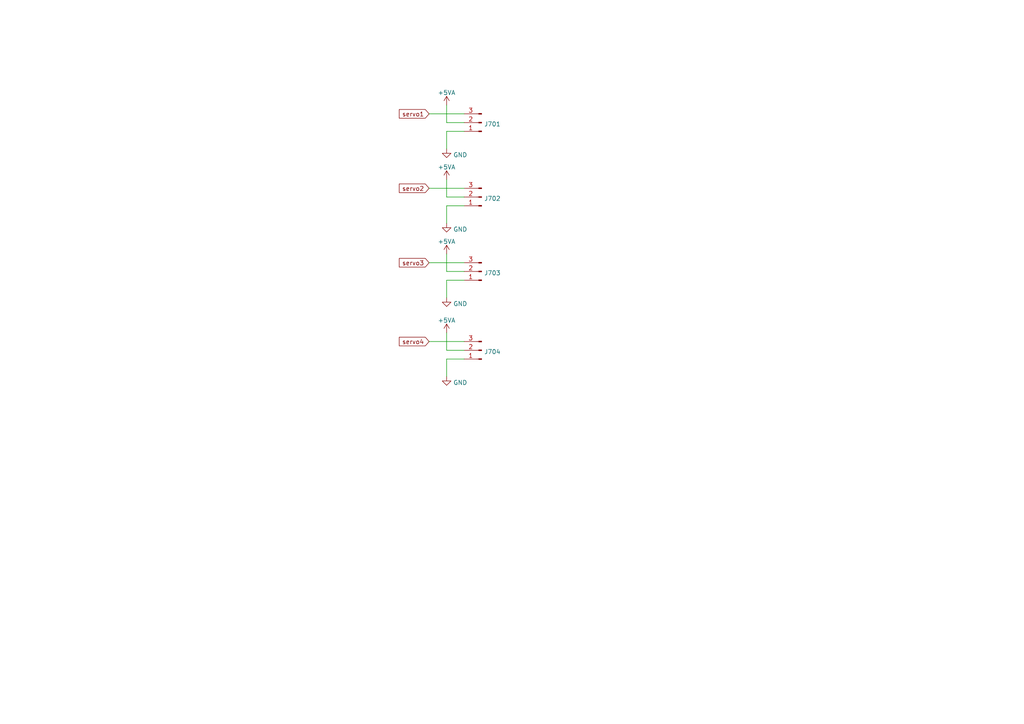
<source format=kicad_sch>
(kicad_sch (version 20211123) (generator eeschema)
  (paper "A4")
  (title_block (title "General Purpose IO module"))
  (lib_symbols
    (symbol "Connector:Conn_01x03_Male" (pin_names (offset 1.016) hide)
      (property "Reference" "J" (at 0 5.08 0))
      (property "Value" "Conn_01x03_Male" (at 0 -5.08 0))
      (symbol "Conn_01x03_Male_1_1"
        (polyline (pts (xy 1.27 -2.54) (xy 0.8636 -2.54)) (stroke (width 0.1524)))
        (polyline (pts (xy 1.27 0) (xy 0.8636 0)) (stroke (width 0.1524)))
        (polyline (pts (xy 1.27 2.54) (xy 0.8636 2.54)) (stroke (width 0.1524)))
        (rectangle (start 0.8636 -2.413) (end 0 -2.667) (stroke (width 0.1524)) (fill (type outline)))
        (rectangle (start 0.8636 0.127) (end 0 -0.127) (stroke (width 0.1524)) (fill (type outline)))
        (rectangle (start 0.8636 2.667) (end 0 2.413) (stroke (width 0.1524)) (fill (type outline)))
        (pin passive line (at 5.08 2.54 180) (length 3.81) (name "Pin_1") (number "1"))
        (pin passive line (at 5.08 0 180) (length 3.81) (name "Pin_2") (number "2"))
        (pin passive line (at 5.08 -2.54 180) (length 3.81) (name "Pin_3") (number "3"))
      )
    )
    (symbol "power:+5VA" (power) (pin_names (offset 0))
      (property "Value" "+5VA" (at 0 3.556 0))
      (symbol "+5VA_0_1"
        (polyline (pts (xy -0.762 1.27) (xy 0 2.54)))
        (polyline (pts (xy 0 0) (xy 0 2.54)))
        (polyline (pts (xy 0 2.54) (xy 0.762 1.27)))
      )
      (symbol "+5VA_1_1"
        (pin power_in line (at 0 0 90) (length 0) hide (name "+5VA") (number "1"))
      )
    )
    (symbol "power:GND" (power) (pin_names (offset 0))
      (property "Value" "GND" (at 0 -3.81 0))
      (symbol "GND_0_1"
        (polyline (pts (xy 0 0) (xy 0 -1.27) (xy 1.27 -1.27) (xy 0 -2.54) (xy -1.27 -1.27) (xy 0 -1.27)))
      )
      (symbol "GND_1_1"
        (pin power_in line (at 0 0 270) (length 0) hide (name "GND") (number "1"))
      )
    )
  )
  (wire (pts (xy 129.54 101.6) (xy 134.62 101.6)))
  (wire (pts (xy 129.54 86.36) (xy 129.54 81.28)))
  (wire (pts (xy 124.46 99.06) (xy 134.62 99.06)))
  (wire (pts (xy 129.54 78.74) (xy 134.62 78.74)))
  (wire (pts (xy 129.54 30.48) (xy 129.54 35.56)))
  (wire (pts (xy 129.54 59.69) (xy 134.62 59.69)))
  (wire (pts (xy 129.54 38.1) (xy 134.62 38.1)))
  (wire (pts (xy 129.54 81.28) (xy 134.62 81.28)))
  (wire (pts (xy 124.46 54.61) (xy 134.62 54.61)))
  (wire (pts (xy 129.54 43.18) (xy 129.54 38.1)))
  (wire (pts (xy 129.54 57.15) (xy 134.62 57.15)))
  (wire (pts (xy 129.54 109.22) (xy 129.54 104.14)))
  (wire (pts (xy 129.54 64.77) (xy 129.54 59.69)))
  (wire (pts (xy 129.54 96.52) (xy 129.54 101.6)))
  (wire (pts (xy 129.54 104.14) (xy 134.62 104.14)))
  (wire (pts (xy 124.46 76.2) (xy 134.62 76.2)))
  (wire (pts (xy 129.54 73.66) (xy 129.54 78.74)))
  (wire (pts (xy 129.54 35.56) (xy 134.62 35.56)))
  (wire (pts (xy 124.46 33.02) (xy 134.62 33.02)))
  (wire (pts (xy 129.54 52.07) (xy 129.54 57.15)))
  (global_label "servo3" (shape input) (at 124.46 76.2 180) (property "Intersheet References" "${INTERSHEET_REFS}" (effects hide)))
  (global_label "servo1" (shape input) (at 124.46 33.02 180) (property "Intersheet References" "${INTERSHEET_REFS}" (effects hide)))
  (global_label "servo2" (shape input) (at 124.46 54.61 180) (property "Intersheet References" "${INTERSHEET_REFS}" (effects hide)))
  (global_label "servo4" (shape input) (at 124.46 99.06 180) (property "Intersheet References" "${INTERSHEET_REFS}" (effects hide)))
  (symbol (lib_id "power:+5VA") (at 129.54 96.52 0) (unit 1)
    (property "Reference" "#PWR0707" (effects hide))
    (property "Value" "+5VA" (at 129.54 92.9155 0))
  )
  (symbol (lib_id "Connector:Conn_01x03_Male") (at 139.7 35.56 180) (unit 1)
    (property "Reference" "J701" (at 140.4112 35.9938 0) (effects (justify right)))
    (property "Value" "Conn_01x03_Male" (effects hide))
    (property "Footprint" "Connector_PinHeader_2.54mm:PinHeader_1x03_P2.54mm_Vertical" (effects hide))
  )
  (symbol (lib_id "power:GND") (at 129.54 43.18 0) (unit 1)
    (property "Reference" "#PWR0702" (effects hide))
    (property "Value" "GND" (at 131.445 44.929 0) (effects (justify left)))
  )
  (symbol (lib_id "power:GND") (at 129.54 64.77 0) (unit 1)
    (property "Reference" "#PWR0704" (effects hide))
    (property "Value" "GND" (at 131.445 66.519 0) (effects (justify left)))
  )
  (symbol (lib_id "power:GND") (at 129.54 109.22 0) (unit 1)
    (property "Reference" "#PWR0708" (effects hide))
    (property "Value" "GND" (at 131.445 110.969 0) (effects (justify left)))
  )
  (symbol (lib_id "power:+5VA") (at 129.54 52.07 0) (unit 1)
    (property "Reference" "#PWR0703" (effects hide))
    (property "Value" "+5VA" (at 129.54 48.4655 0))
  )
  (symbol (lib_id "Connector:Conn_01x03_Male") (at 139.7 101.6 180) (unit 1)
    (property "Reference" "J704" (at 140.4112 102.0338 0) (effects (justify right)))
    (property "Value" "Conn_01x03_Male" (effects hide))
    (property "Footprint" "Connector_PinHeader_2.54mm:PinHeader_1x03_P2.54mm_Vertical" (effects hide))
  )
  (symbol (lib_id "power:+5VA") (at 129.54 30.48 0) (unit 1)
    (property "Reference" "#PWR0701" (effects hide))
    (property "Value" "+5VA" (at 129.54 26.8755 0))
  )
  (symbol (lib_id "Connector:Conn_01x03_Male") (at 139.7 78.74 180) (unit 1)
    (property "Reference" "J703" (at 140.4112 79.1738 0) (effects (justify right)))
    (property "Value" "Conn_01x03_Male" (effects hide))
    (property "Footprint" "Connector_PinHeader_2.54mm:PinHeader_1x03_P2.54mm_Vertical" (effects hide))
  )
  (symbol (lib_id "power:GND") (at 129.54 86.36 0) (unit 1)
    (property "Reference" "#PWR0706" (effects hide))
    (property "Value" "GND" (at 131.445 88.109 0) (effects (justify left)))
  )
  (symbol (lib_id "power:+5VA") (at 129.54 73.66 0) (unit 1)
    (property "Reference" "#PWR0705" (effects hide))
    (property "Value" "+5VA" (at 129.54 70.0555 0))
  )
  (symbol (lib_id "Connector:Conn_01x03_Male") (at 139.7 57.15 180) (unit 1)
    (property "Reference" "J702" (at 140.4112 57.5838 0) (effects (justify right)))
    (property "Value" "Conn_01x03_Male" (effects hide))
    (property "Footprint" "Connector_PinHeader_2.54mm:PinHeader_1x03_P2.54mm_Vertical" (effects hide))
  )
)
</source>
